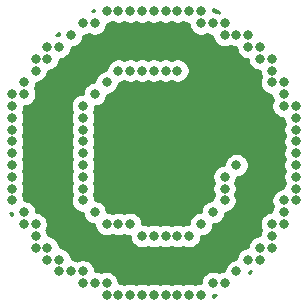
<source format=gbr>
%TF.GenerationSoftware,KiCad,Pcbnew,(5.1.6-0-10_14)*%
%TF.CreationDate,2021-01-01T02:06:57+01:00*%
%TF.ProjectId,lamp10,6c616d70-3130-42e6-9b69-6361645f7063,rev?*%
%TF.SameCoordinates,Original*%
%TF.FileFunction,Copper,L2,Bot*%
%TF.FilePolarity,Positive*%
%FSLAX46Y46*%
G04 Gerber Fmt 4.6, Leading zero omitted, Abs format (unit mm)*
G04 Created by KiCad (PCBNEW (5.1.6-0-10_14)) date 2021-01-01 02:06:57*
%MOMM*%
%LPD*%
G01*
G04 APERTURE LIST*
%TA.AperFunction,ViaPad*%
%ADD10C,0.800000*%
%TD*%
%TA.AperFunction,NonConductor*%
%ADD11C,0.254000*%
%TD*%
G04 APERTURE END LIST*
D10*
%TO.N,*%
X32000000Y-21000000D03*
X33000000Y-20000000D03*
X34000000Y-19000000D03*
X35000000Y-19000000D03*
X36000000Y-18000000D03*
X37000000Y-18000000D03*
X38000000Y-18000000D03*
X39000000Y-18000000D03*
X40000000Y-18000000D03*
X41000000Y-18000000D03*
X42000000Y-18000000D03*
X43000000Y-18000000D03*
X44000000Y-18000000D03*
X45000000Y-19000000D03*
X46000000Y-19000000D03*
X47000000Y-20000000D03*
X48000000Y-20000000D03*
X48000000Y-21000000D03*
X49000000Y-21000000D03*
X46000000Y-20000000D03*
X44000000Y-19000000D03*
X49000000Y-22000000D03*
X50000000Y-22000000D03*
X50000000Y-23000000D03*
X50000000Y-24000000D03*
X51000000Y-24000000D03*
X51000000Y-25000000D03*
X51000000Y-26000000D03*
X52000000Y-26000000D03*
X52000000Y-27000000D03*
X52000000Y-28000000D03*
X52000000Y-29000000D03*
X52000000Y-30000000D03*
X52000000Y-31000000D03*
X52000000Y-32000000D03*
X52000000Y-33000000D03*
X52000000Y-34000000D03*
X51000000Y-34000000D03*
X51000000Y-35000000D03*
X51000000Y-36000000D03*
X50000000Y-36000000D03*
X50000000Y-37000000D03*
X50000000Y-38000000D03*
X49000000Y-38000000D03*
X49000000Y-39000000D03*
X48000000Y-39000000D03*
X47000000Y-40000000D03*
X46000000Y-41000000D03*
X45000000Y-41000000D03*
X44000000Y-42000000D03*
X43000000Y-42000000D03*
X42000000Y-42000000D03*
X41000000Y-42000000D03*
X40000000Y-42000000D03*
X39000000Y-42000000D03*
X38000000Y-42000000D03*
X37000000Y-42000000D03*
X36000000Y-42000000D03*
X36000000Y-41000000D03*
X35000000Y-41000000D03*
X34000000Y-41000000D03*
X34000000Y-40000000D03*
X33000000Y-40000000D03*
X32000000Y-40000000D03*
X32000000Y-39000000D03*
X31000000Y-39000000D03*
X31000000Y-38000000D03*
X30000000Y-38000000D03*
X30000000Y-37000000D03*
X30000000Y-36000000D03*
X29000000Y-36000000D03*
X29000000Y-35000000D03*
X28000000Y-34000000D03*
X28000000Y-33000000D03*
X28000000Y-33000000D03*
X28000000Y-32000000D03*
X28000000Y-31000000D03*
X28000000Y-30000000D03*
X28000000Y-29000000D03*
X28000000Y-28000000D03*
X28000000Y-28000000D03*
X28000000Y-27000000D03*
X28000000Y-26000000D03*
X28000000Y-25000000D03*
X29000000Y-25000000D03*
X29000000Y-24000000D03*
X30000000Y-23000000D03*
X30000000Y-22000000D03*
X31000000Y-22000000D03*
X31000000Y-21000000D03*
X34000000Y-30000000D03*
X34000000Y-29000000D03*
X34000000Y-28000000D03*
X34000000Y-27000000D03*
X34000000Y-26000000D03*
X35000000Y-25000000D03*
X36000000Y-24000000D03*
X37000000Y-23000000D03*
X38000000Y-23000000D03*
X39000000Y-23000000D03*
X41000000Y-23000000D03*
X40000000Y-23000000D03*
X42000000Y-23000000D03*
X34000000Y-31000000D03*
X34000000Y-32000000D03*
X34000000Y-33000000D03*
X34000000Y-34000000D03*
X35000000Y-35000000D03*
X36000000Y-36000000D03*
X37000000Y-36000000D03*
X38000000Y-36000000D03*
X39000000Y-37000000D03*
X40000000Y-37000000D03*
X41000000Y-37000000D03*
X42000000Y-37000000D03*
X43000000Y-37000000D03*
X44000000Y-36000000D03*
X45000000Y-35000000D03*
X46000000Y-34000000D03*
X46000000Y-33000000D03*
X46000000Y-32000000D03*
X47000000Y-31000000D03*
%TD*%
D11*
G36*
X45022290Y-42165839D02*
G01*
X45035000Y-42101939D01*
X45035000Y-42035000D01*
X45101939Y-42035000D01*
X45268135Y-42001942D01*
X45022290Y-42165839D01*
G37*
X45022290Y-42165839D02*
X45035000Y-42101939D01*
X45035000Y-42035000D01*
X45101939Y-42035000D01*
X45268135Y-42001942D01*
X45022290Y-42165839D01*
G36*
X42509744Y-18917205D02*
G01*
X42698102Y-18995226D01*
X42898061Y-19035000D01*
X42965000Y-19035000D01*
X42965000Y-19101939D01*
X43004774Y-19301898D01*
X43082795Y-19490256D01*
X43196063Y-19659774D01*
X43340226Y-19803937D01*
X43509744Y-19917205D01*
X43698102Y-19995226D01*
X43898061Y-20035000D01*
X44101939Y-20035000D01*
X44301898Y-19995226D01*
X44490256Y-19917205D01*
X44500000Y-19910694D01*
X44509744Y-19917205D01*
X44698102Y-19995226D01*
X44898061Y-20035000D01*
X44965000Y-20035000D01*
X44965000Y-20101939D01*
X45004774Y-20301898D01*
X45082795Y-20490256D01*
X45196063Y-20659774D01*
X45340226Y-20803937D01*
X45509744Y-20917205D01*
X45698102Y-20995226D01*
X45898061Y-21035000D01*
X46101939Y-21035000D01*
X46301898Y-20995226D01*
X46490256Y-20917205D01*
X46500000Y-20910694D01*
X46509744Y-20917205D01*
X46698102Y-20995226D01*
X46898061Y-21035000D01*
X46965000Y-21035000D01*
X46965000Y-21101939D01*
X47004774Y-21301898D01*
X47082795Y-21490256D01*
X47196063Y-21659774D01*
X47340226Y-21803937D01*
X47509744Y-21917205D01*
X47698102Y-21995226D01*
X47898061Y-22035000D01*
X47965000Y-22035000D01*
X47965000Y-22101939D01*
X48004774Y-22301898D01*
X48082795Y-22490256D01*
X48196063Y-22659774D01*
X48340226Y-22803937D01*
X48509744Y-22917205D01*
X48698102Y-22995226D01*
X48898061Y-23035000D01*
X48965000Y-23035000D01*
X48965000Y-23101939D01*
X49004774Y-23301898D01*
X49082795Y-23490256D01*
X49089306Y-23500000D01*
X49082795Y-23509744D01*
X49004774Y-23698102D01*
X48965000Y-23898061D01*
X48965000Y-24101939D01*
X49004774Y-24301898D01*
X49082795Y-24490256D01*
X49196063Y-24659774D01*
X49340226Y-24803937D01*
X49509744Y-24917205D01*
X49698102Y-24995226D01*
X49898061Y-25035000D01*
X49965000Y-25035000D01*
X49965000Y-25101939D01*
X50004774Y-25301898D01*
X50082795Y-25490256D01*
X50089306Y-25500000D01*
X50082795Y-25509744D01*
X50004774Y-25698102D01*
X49965000Y-25898061D01*
X49965000Y-26101939D01*
X50004774Y-26301898D01*
X50082795Y-26490256D01*
X50196063Y-26659774D01*
X50340226Y-26803937D01*
X50509744Y-26917205D01*
X50698102Y-26995226D01*
X50898061Y-27035000D01*
X50965000Y-27035000D01*
X50965000Y-27101939D01*
X51004774Y-27301898D01*
X51082795Y-27490256D01*
X51089306Y-27500000D01*
X51082795Y-27509744D01*
X51004774Y-27698102D01*
X50965000Y-27898061D01*
X50965000Y-28101939D01*
X51004774Y-28301898D01*
X51082795Y-28490256D01*
X51089306Y-28500000D01*
X51082795Y-28509744D01*
X51004774Y-28698102D01*
X50965000Y-28898061D01*
X50965000Y-29101939D01*
X51004774Y-29301898D01*
X51082795Y-29490256D01*
X51089306Y-29500000D01*
X51082795Y-29509744D01*
X51004774Y-29698102D01*
X50965000Y-29898061D01*
X50965000Y-30101939D01*
X51004774Y-30301898D01*
X51082795Y-30490256D01*
X51089306Y-30500000D01*
X51082795Y-30509744D01*
X51004774Y-30698102D01*
X50965000Y-30898061D01*
X50965000Y-31101939D01*
X51004774Y-31301898D01*
X51082795Y-31490256D01*
X51089306Y-31500000D01*
X51082795Y-31509744D01*
X51004774Y-31698102D01*
X50965000Y-31898061D01*
X50965000Y-32101939D01*
X51004774Y-32301898D01*
X51082795Y-32490256D01*
X51089306Y-32500000D01*
X51082795Y-32509744D01*
X51004774Y-32698102D01*
X50965000Y-32898061D01*
X50965000Y-32965000D01*
X50898061Y-32965000D01*
X50698102Y-33004774D01*
X50509744Y-33082795D01*
X50340226Y-33196063D01*
X50196063Y-33340226D01*
X50082795Y-33509744D01*
X50004774Y-33698102D01*
X49965000Y-33898061D01*
X49965000Y-34101939D01*
X50004774Y-34301898D01*
X50082795Y-34490256D01*
X50089306Y-34500000D01*
X50082795Y-34509744D01*
X50004774Y-34698102D01*
X49965000Y-34898061D01*
X49965000Y-34965000D01*
X49898061Y-34965000D01*
X49698102Y-35004774D01*
X49509744Y-35082795D01*
X49340226Y-35196063D01*
X49196063Y-35340226D01*
X49082795Y-35509744D01*
X49004774Y-35698102D01*
X48965000Y-35898061D01*
X48965000Y-36101939D01*
X49004774Y-36301898D01*
X49082795Y-36490256D01*
X49089306Y-36500000D01*
X49082795Y-36509744D01*
X49004774Y-36698102D01*
X48965000Y-36898061D01*
X48965000Y-36965000D01*
X48898061Y-36965000D01*
X48698102Y-37004774D01*
X48509744Y-37082795D01*
X48340226Y-37196063D01*
X48196063Y-37340226D01*
X48082795Y-37509744D01*
X48004774Y-37698102D01*
X47965000Y-37898061D01*
X47965000Y-37965000D01*
X47898061Y-37965000D01*
X47698102Y-38004774D01*
X47509744Y-38082795D01*
X47340226Y-38196063D01*
X47196063Y-38340226D01*
X47082795Y-38509744D01*
X47004774Y-38698102D01*
X46965000Y-38898061D01*
X46965000Y-38965000D01*
X46898061Y-38965000D01*
X46698102Y-39004774D01*
X46509744Y-39082795D01*
X46340226Y-39196063D01*
X46196063Y-39340226D01*
X46082795Y-39509744D01*
X46004774Y-39698102D01*
X45965000Y-39898061D01*
X45965000Y-39965000D01*
X45898061Y-39965000D01*
X45698102Y-40004774D01*
X45509744Y-40082795D01*
X45500000Y-40089306D01*
X45490256Y-40082795D01*
X45301898Y-40004774D01*
X45101939Y-39965000D01*
X44898061Y-39965000D01*
X44698102Y-40004774D01*
X44509744Y-40082795D01*
X44340226Y-40196063D01*
X44196063Y-40340226D01*
X44082795Y-40509744D01*
X44004774Y-40698102D01*
X43965000Y-40898061D01*
X43965000Y-40965000D01*
X43898061Y-40965000D01*
X43698102Y-41004774D01*
X43509744Y-41082795D01*
X43500000Y-41089306D01*
X43490256Y-41082795D01*
X43301898Y-41004774D01*
X43101939Y-40965000D01*
X42898061Y-40965000D01*
X42698102Y-41004774D01*
X42509744Y-41082795D01*
X42500000Y-41089306D01*
X42490256Y-41082795D01*
X42301898Y-41004774D01*
X42101939Y-40965000D01*
X41898061Y-40965000D01*
X41698102Y-41004774D01*
X41509744Y-41082795D01*
X41500000Y-41089306D01*
X41490256Y-41082795D01*
X41301898Y-41004774D01*
X41101939Y-40965000D01*
X40898061Y-40965000D01*
X40698102Y-41004774D01*
X40509744Y-41082795D01*
X40500000Y-41089306D01*
X40490256Y-41082795D01*
X40301898Y-41004774D01*
X40101939Y-40965000D01*
X39898061Y-40965000D01*
X39698102Y-41004774D01*
X39509744Y-41082795D01*
X39500000Y-41089306D01*
X39490256Y-41082795D01*
X39301898Y-41004774D01*
X39101939Y-40965000D01*
X38898061Y-40965000D01*
X38698102Y-41004774D01*
X38509744Y-41082795D01*
X38500000Y-41089306D01*
X38490256Y-41082795D01*
X38301898Y-41004774D01*
X38101939Y-40965000D01*
X37898061Y-40965000D01*
X37698102Y-41004774D01*
X37509744Y-41082795D01*
X37500000Y-41089306D01*
X37490256Y-41082795D01*
X37301898Y-41004774D01*
X37101939Y-40965000D01*
X37035000Y-40965000D01*
X37035000Y-40898061D01*
X36995226Y-40698102D01*
X36917205Y-40509744D01*
X36803937Y-40340226D01*
X36659774Y-40196063D01*
X36490256Y-40082795D01*
X36301898Y-40004774D01*
X36101939Y-39965000D01*
X35898061Y-39965000D01*
X35698102Y-40004774D01*
X35509744Y-40082795D01*
X35500000Y-40089306D01*
X35490256Y-40082795D01*
X35301898Y-40004774D01*
X35101939Y-39965000D01*
X35035000Y-39965000D01*
X35035000Y-39898061D01*
X34995226Y-39698102D01*
X34917205Y-39509744D01*
X34803937Y-39340226D01*
X34659774Y-39196063D01*
X34490256Y-39082795D01*
X34301898Y-39004774D01*
X34101939Y-38965000D01*
X33898061Y-38965000D01*
X33698102Y-39004774D01*
X33509744Y-39082795D01*
X33500000Y-39089306D01*
X33490256Y-39082795D01*
X33301898Y-39004774D01*
X33101939Y-38965000D01*
X33035000Y-38965000D01*
X33035000Y-38898061D01*
X32995226Y-38698102D01*
X32917205Y-38509744D01*
X32803937Y-38340226D01*
X32659774Y-38196063D01*
X32490256Y-38082795D01*
X32301898Y-38004774D01*
X32101939Y-37965000D01*
X32035000Y-37965000D01*
X32035000Y-37898061D01*
X31995226Y-37698102D01*
X31917205Y-37509744D01*
X31803937Y-37340226D01*
X31659774Y-37196063D01*
X31490256Y-37082795D01*
X31301898Y-37004774D01*
X31101939Y-36965000D01*
X31035000Y-36965000D01*
X31035000Y-36898061D01*
X30995226Y-36698102D01*
X30917205Y-36509744D01*
X30910694Y-36500000D01*
X30917205Y-36490256D01*
X30995226Y-36301898D01*
X31035000Y-36101939D01*
X31035000Y-35898061D01*
X30995226Y-35698102D01*
X30917205Y-35509744D01*
X30803937Y-35340226D01*
X30659774Y-35196063D01*
X30490256Y-35082795D01*
X30301898Y-35004774D01*
X30101939Y-34965000D01*
X30035000Y-34965000D01*
X30035000Y-34898061D01*
X29995226Y-34698102D01*
X29917205Y-34509744D01*
X29803937Y-34340226D01*
X29659774Y-34196063D01*
X29490256Y-34082795D01*
X29301898Y-34004774D01*
X29101939Y-33965000D01*
X29035000Y-33965000D01*
X29035000Y-33898061D01*
X28995226Y-33698102D01*
X28917205Y-33509744D01*
X28910694Y-33500000D01*
X28917205Y-33490256D01*
X28995226Y-33301898D01*
X29035000Y-33101939D01*
X29035000Y-32898061D01*
X28995226Y-32698102D01*
X28917205Y-32509744D01*
X28910694Y-32500000D01*
X28917205Y-32490256D01*
X28995226Y-32301898D01*
X29035000Y-32101939D01*
X29035000Y-31898061D01*
X28995226Y-31698102D01*
X28917205Y-31509744D01*
X28910694Y-31500000D01*
X28917205Y-31490256D01*
X28995226Y-31301898D01*
X29035000Y-31101939D01*
X29035000Y-30898061D01*
X28995226Y-30698102D01*
X28917205Y-30509744D01*
X28910694Y-30500000D01*
X28917205Y-30490256D01*
X28995226Y-30301898D01*
X29035000Y-30101939D01*
X29035000Y-29898061D01*
X28995226Y-29698102D01*
X28917205Y-29509744D01*
X28910694Y-29500000D01*
X28917205Y-29490256D01*
X28995226Y-29301898D01*
X29035000Y-29101939D01*
X29035000Y-28898061D01*
X28995226Y-28698102D01*
X28917205Y-28509744D01*
X28910694Y-28500000D01*
X28917205Y-28490256D01*
X28995226Y-28301898D01*
X29035000Y-28101939D01*
X29035000Y-27898061D01*
X28995226Y-27698102D01*
X28917205Y-27509744D01*
X28910694Y-27500000D01*
X28917205Y-27490256D01*
X28995226Y-27301898D01*
X29035000Y-27101939D01*
X29035000Y-26898061D01*
X28995226Y-26698102D01*
X28917205Y-26509744D01*
X28910694Y-26500000D01*
X28917205Y-26490256D01*
X28995226Y-26301898D01*
X29035000Y-26101939D01*
X29035000Y-26035000D01*
X29101939Y-26035000D01*
X29301898Y-25995226D01*
X29490256Y-25917205D01*
X29518907Y-25898061D01*
X32965000Y-25898061D01*
X32965000Y-26101939D01*
X33004774Y-26301898D01*
X33082795Y-26490256D01*
X33089306Y-26500000D01*
X33082795Y-26509744D01*
X33004774Y-26698102D01*
X32965000Y-26898061D01*
X32965000Y-27101939D01*
X33004774Y-27301898D01*
X33082795Y-27490256D01*
X33089306Y-27500000D01*
X33082795Y-27509744D01*
X33004774Y-27698102D01*
X32965000Y-27898061D01*
X32965000Y-28101939D01*
X33004774Y-28301898D01*
X33082795Y-28490256D01*
X33089306Y-28500000D01*
X33082795Y-28509744D01*
X33004774Y-28698102D01*
X32965000Y-28898061D01*
X32965000Y-29101939D01*
X33004774Y-29301898D01*
X33082795Y-29490256D01*
X33089306Y-29500000D01*
X33082795Y-29509744D01*
X33004774Y-29698102D01*
X32965000Y-29898061D01*
X32965000Y-30101939D01*
X33004774Y-30301898D01*
X33082795Y-30490256D01*
X33089306Y-30500000D01*
X33082795Y-30509744D01*
X33004774Y-30698102D01*
X32965000Y-30898061D01*
X32965000Y-31101939D01*
X33004774Y-31301898D01*
X33082795Y-31490256D01*
X33089306Y-31500000D01*
X33082795Y-31509744D01*
X33004774Y-31698102D01*
X32965000Y-31898061D01*
X32965000Y-32101939D01*
X33004774Y-32301898D01*
X33082795Y-32490256D01*
X33089306Y-32500000D01*
X33082795Y-32509744D01*
X33004774Y-32698102D01*
X32965000Y-32898061D01*
X32965000Y-33101939D01*
X33004774Y-33301898D01*
X33082795Y-33490256D01*
X33089306Y-33500000D01*
X33082795Y-33509744D01*
X33004774Y-33698102D01*
X32965000Y-33898061D01*
X32965000Y-34101939D01*
X33004774Y-34301898D01*
X33082795Y-34490256D01*
X33196063Y-34659774D01*
X33340226Y-34803937D01*
X33509744Y-34917205D01*
X33698102Y-34995226D01*
X33898061Y-35035000D01*
X33965000Y-35035000D01*
X33965000Y-35101939D01*
X34004774Y-35301898D01*
X34082795Y-35490256D01*
X34196063Y-35659774D01*
X34340226Y-35803937D01*
X34509744Y-35917205D01*
X34698102Y-35995226D01*
X34898061Y-36035000D01*
X34965000Y-36035000D01*
X34965000Y-36101939D01*
X35004774Y-36301898D01*
X35082795Y-36490256D01*
X35196063Y-36659774D01*
X35340226Y-36803937D01*
X35509744Y-36917205D01*
X35698102Y-36995226D01*
X35898061Y-37035000D01*
X36101939Y-37035000D01*
X36301898Y-36995226D01*
X36490256Y-36917205D01*
X36500000Y-36910694D01*
X36509744Y-36917205D01*
X36698102Y-36995226D01*
X36898061Y-37035000D01*
X37101939Y-37035000D01*
X37301898Y-36995226D01*
X37490256Y-36917205D01*
X37500000Y-36910694D01*
X37509744Y-36917205D01*
X37698102Y-36995226D01*
X37898061Y-37035000D01*
X37965000Y-37035000D01*
X37965000Y-37101939D01*
X38004774Y-37301898D01*
X38082795Y-37490256D01*
X38196063Y-37659774D01*
X38340226Y-37803937D01*
X38509744Y-37917205D01*
X38698102Y-37995226D01*
X38898061Y-38035000D01*
X39101939Y-38035000D01*
X39301898Y-37995226D01*
X39490256Y-37917205D01*
X39500000Y-37910694D01*
X39509744Y-37917205D01*
X39698102Y-37995226D01*
X39898061Y-38035000D01*
X40101939Y-38035000D01*
X40301898Y-37995226D01*
X40490256Y-37917205D01*
X40500000Y-37910694D01*
X40509744Y-37917205D01*
X40698102Y-37995226D01*
X40898061Y-38035000D01*
X41101939Y-38035000D01*
X41301898Y-37995226D01*
X41490256Y-37917205D01*
X41500000Y-37910694D01*
X41509744Y-37917205D01*
X41698102Y-37995226D01*
X41898061Y-38035000D01*
X42101939Y-38035000D01*
X42301898Y-37995226D01*
X42490256Y-37917205D01*
X42500000Y-37910694D01*
X42509744Y-37917205D01*
X42698102Y-37995226D01*
X42898061Y-38035000D01*
X43101939Y-38035000D01*
X43301898Y-37995226D01*
X43490256Y-37917205D01*
X43659774Y-37803937D01*
X43803937Y-37659774D01*
X43917205Y-37490256D01*
X43995226Y-37301898D01*
X44035000Y-37101939D01*
X44035000Y-37035000D01*
X44101939Y-37035000D01*
X44301898Y-36995226D01*
X44490256Y-36917205D01*
X44659774Y-36803937D01*
X44803937Y-36659774D01*
X44917205Y-36490256D01*
X44995226Y-36301898D01*
X45035000Y-36101939D01*
X45035000Y-36035000D01*
X45101939Y-36035000D01*
X45301898Y-35995226D01*
X45490256Y-35917205D01*
X45659774Y-35803937D01*
X45803937Y-35659774D01*
X45917205Y-35490256D01*
X45995226Y-35301898D01*
X46035000Y-35101939D01*
X46035000Y-35035000D01*
X46101939Y-35035000D01*
X46301898Y-34995226D01*
X46490256Y-34917205D01*
X46659774Y-34803937D01*
X46803937Y-34659774D01*
X46917205Y-34490256D01*
X46995226Y-34301898D01*
X47035000Y-34101939D01*
X47035000Y-33898061D01*
X46995226Y-33698102D01*
X46917205Y-33509744D01*
X46910694Y-33500000D01*
X46917205Y-33490256D01*
X46995226Y-33301898D01*
X47035000Y-33101939D01*
X47035000Y-32898061D01*
X46995226Y-32698102D01*
X46917205Y-32509744D01*
X46910694Y-32500000D01*
X46917205Y-32490256D01*
X46995226Y-32301898D01*
X47035000Y-32101939D01*
X47035000Y-32035000D01*
X47101939Y-32035000D01*
X47301898Y-31995226D01*
X47490256Y-31917205D01*
X47659774Y-31803937D01*
X47803937Y-31659774D01*
X47917205Y-31490256D01*
X47995226Y-31301898D01*
X48035000Y-31101939D01*
X48035000Y-30898061D01*
X47995226Y-30698102D01*
X47917205Y-30509744D01*
X47803937Y-30340226D01*
X47659774Y-30196063D01*
X47490256Y-30082795D01*
X47301898Y-30004774D01*
X47101939Y-29965000D01*
X46898061Y-29965000D01*
X46698102Y-30004774D01*
X46509744Y-30082795D01*
X46340226Y-30196063D01*
X46196063Y-30340226D01*
X46082795Y-30509744D01*
X46004774Y-30698102D01*
X45965000Y-30898061D01*
X45965000Y-30965000D01*
X45898061Y-30965000D01*
X45698102Y-31004774D01*
X45509744Y-31082795D01*
X45340226Y-31196063D01*
X45196063Y-31340226D01*
X45082795Y-31509744D01*
X45004774Y-31698102D01*
X44965000Y-31898061D01*
X44965000Y-32101939D01*
X45004774Y-32301898D01*
X45082795Y-32490256D01*
X45089306Y-32500000D01*
X45082795Y-32509744D01*
X45004774Y-32698102D01*
X44965000Y-32898061D01*
X44965000Y-33101939D01*
X45004774Y-33301898D01*
X45082795Y-33490256D01*
X45089306Y-33500000D01*
X45082795Y-33509744D01*
X45004774Y-33698102D01*
X44965000Y-33898061D01*
X44965000Y-33965000D01*
X44898061Y-33965000D01*
X44698102Y-34004774D01*
X44509744Y-34082795D01*
X44340226Y-34196063D01*
X44196063Y-34340226D01*
X44082795Y-34509744D01*
X44004774Y-34698102D01*
X43965000Y-34898061D01*
X43965000Y-34965000D01*
X43898061Y-34965000D01*
X43698102Y-35004774D01*
X43509744Y-35082795D01*
X43340226Y-35196063D01*
X43196063Y-35340226D01*
X43082795Y-35509744D01*
X43004774Y-35698102D01*
X42965000Y-35898061D01*
X42965000Y-35965000D01*
X42898061Y-35965000D01*
X42698102Y-36004774D01*
X42509744Y-36082795D01*
X42500000Y-36089306D01*
X42490256Y-36082795D01*
X42301898Y-36004774D01*
X42101939Y-35965000D01*
X41898061Y-35965000D01*
X41698102Y-36004774D01*
X41509744Y-36082795D01*
X41500000Y-36089306D01*
X41490256Y-36082795D01*
X41301898Y-36004774D01*
X41101939Y-35965000D01*
X40898061Y-35965000D01*
X40698102Y-36004774D01*
X40509744Y-36082795D01*
X40500000Y-36089306D01*
X40490256Y-36082795D01*
X40301898Y-36004774D01*
X40101939Y-35965000D01*
X39898061Y-35965000D01*
X39698102Y-36004774D01*
X39509744Y-36082795D01*
X39500000Y-36089306D01*
X39490256Y-36082795D01*
X39301898Y-36004774D01*
X39101939Y-35965000D01*
X39035000Y-35965000D01*
X39035000Y-35898061D01*
X38995226Y-35698102D01*
X38917205Y-35509744D01*
X38803937Y-35340226D01*
X38659774Y-35196063D01*
X38490256Y-35082795D01*
X38301898Y-35004774D01*
X38101939Y-34965000D01*
X37898061Y-34965000D01*
X37698102Y-35004774D01*
X37509744Y-35082795D01*
X37500000Y-35089306D01*
X37490256Y-35082795D01*
X37301898Y-35004774D01*
X37101939Y-34965000D01*
X36898061Y-34965000D01*
X36698102Y-35004774D01*
X36509744Y-35082795D01*
X36500000Y-35089306D01*
X36490256Y-35082795D01*
X36301898Y-35004774D01*
X36101939Y-34965000D01*
X36035000Y-34965000D01*
X36035000Y-34898061D01*
X35995226Y-34698102D01*
X35917205Y-34509744D01*
X35803937Y-34340226D01*
X35659774Y-34196063D01*
X35490256Y-34082795D01*
X35301898Y-34004774D01*
X35101939Y-33965000D01*
X35035000Y-33965000D01*
X35035000Y-33898061D01*
X34995226Y-33698102D01*
X34917205Y-33509744D01*
X34910694Y-33500000D01*
X34917205Y-33490256D01*
X34995226Y-33301898D01*
X35035000Y-33101939D01*
X35035000Y-32898061D01*
X34995226Y-32698102D01*
X34917205Y-32509744D01*
X34910694Y-32500000D01*
X34917205Y-32490256D01*
X34995226Y-32301898D01*
X35035000Y-32101939D01*
X35035000Y-31898061D01*
X34995226Y-31698102D01*
X34917205Y-31509744D01*
X34910694Y-31500000D01*
X34917205Y-31490256D01*
X34995226Y-31301898D01*
X35035000Y-31101939D01*
X35035000Y-30898061D01*
X34995226Y-30698102D01*
X34917205Y-30509744D01*
X34910694Y-30500000D01*
X34917205Y-30490256D01*
X34995226Y-30301898D01*
X35035000Y-30101939D01*
X35035000Y-29898061D01*
X34995226Y-29698102D01*
X34917205Y-29509744D01*
X34910694Y-29500000D01*
X34917205Y-29490256D01*
X34995226Y-29301898D01*
X35035000Y-29101939D01*
X35035000Y-28898061D01*
X34995226Y-28698102D01*
X34917205Y-28509744D01*
X34910694Y-28500000D01*
X34917205Y-28490256D01*
X34995226Y-28301898D01*
X35035000Y-28101939D01*
X35035000Y-27898061D01*
X34995226Y-27698102D01*
X34917205Y-27509744D01*
X34910694Y-27500000D01*
X34917205Y-27490256D01*
X34995226Y-27301898D01*
X35035000Y-27101939D01*
X35035000Y-26898061D01*
X34995226Y-26698102D01*
X34917205Y-26509744D01*
X34910694Y-26500000D01*
X34917205Y-26490256D01*
X34995226Y-26301898D01*
X35035000Y-26101939D01*
X35035000Y-26035000D01*
X35101939Y-26035000D01*
X35301898Y-25995226D01*
X35490256Y-25917205D01*
X35659774Y-25803937D01*
X35803937Y-25659774D01*
X35917205Y-25490256D01*
X35995226Y-25301898D01*
X36035000Y-25101939D01*
X36035000Y-25035000D01*
X36101939Y-25035000D01*
X36301898Y-24995226D01*
X36490256Y-24917205D01*
X36659774Y-24803937D01*
X36803937Y-24659774D01*
X36917205Y-24490256D01*
X36995226Y-24301898D01*
X37035000Y-24101939D01*
X37035000Y-24035000D01*
X37101939Y-24035000D01*
X37301898Y-23995226D01*
X37490256Y-23917205D01*
X37500000Y-23910694D01*
X37509744Y-23917205D01*
X37698102Y-23995226D01*
X37898061Y-24035000D01*
X38101939Y-24035000D01*
X38301898Y-23995226D01*
X38490256Y-23917205D01*
X38500000Y-23910694D01*
X38509744Y-23917205D01*
X38698102Y-23995226D01*
X38898061Y-24035000D01*
X39101939Y-24035000D01*
X39301898Y-23995226D01*
X39490256Y-23917205D01*
X39500000Y-23910694D01*
X39509744Y-23917205D01*
X39698102Y-23995226D01*
X39898061Y-24035000D01*
X40101939Y-24035000D01*
X40301898Y-23995226D01*
X40490256Y-23917205D01*
X40500000Y-23910694D01*
X40509744Y-23917205D01*
X40698102Y-23995226D01*
X40898061Y-24035000D01*
X41101939Y-24035000D01*
X41301898Y-23995226D01*
X41490256Y-23917205D01*
X41500000Y-23910694D01*
X41509744Y-23917205D01*
X41698102Y-23995226D01*
X41898061Y-24035000D01*
X42101939Y-24035000D01*
X42301898Y-23995226D01*
X42490256Y-23917205D01*
X42659774Y-23803937D01*
X42803937Y-23659774D01*
X42917205Y-23490256D01*
X42995226Y-23301898D01*
X43035000Y-23101939D01*
X43035000Y-22898061D01*
X42995226Y-22698102D01*
X42917205Y-22509744D01*
X42803937Y-22340226D01*
X42659774Y-22196063D01*
X42490256Y-22082795D01*
X42301898Y-22004774D01*
X42101939Y-21965000D01*
X41898061Y-21965000D01*
X41698102Y-22004774D01*
X41509744Y-22082795D01*
X41500000Y-22089306D01*
X41490256Y-22082795D01*
X41301898Y-22004774D01*
X41101939Y-21965000D01*
X40898061Y-21965000D01*
X40698102Y-22004774D01*
X40509744Y-22082795D01*
X40500000Y-22089306D01*
X40490256Y-22082795D01*
X40301898Y-22004774D01*
X40101939Y-21965000D01*
X39898061Y-21965000D01*
X39698102Y-22004774D01*
X39509744Y-22082795D01*
X39500000Y-22089306D01*
X39490256Y-22082795D01*
X39301898Y-22004774D01*
X39101939Y-21965000D01*
X38898061Y-21965000D01*
X38698102Y-22004774D01*
X38509744Y-22082795D01*
X38500000Y-22089306D01*
X38490256Y-22082795D01*
X38301898Y-22004774D01*
X38101939Y-21965000D01*
X37898061Y-21965000D01*
X37698102Y-22004774D01*
X37509744Y-22082795D01*
X37500000Y-22089306D01*
X37490256Y-22082795D01*
X37301898Y-22004774D01*
X37101939Y-21965000D01*
X36898061Y-21965000D01*
X36698102Y-22004774D01*
X36509744Y-22082795D01*
X36340226Y-22196063D01*
X36196063Y-22340226D01*
X36082795Y-22509744D01*
X36004774Y-22698102D01*
X35965000Y-22898061D01*
X35965000Y-22965000D01*
X35898061Y-22965000D01*
X35698102Y-23004774D01*
X35509744Y-23082795D01*
X35340226Y-23196063D01*
X35196063Y-23340226D01*
X35082795Y-23509744D01*
X35004774Y-23698102D01*
X34965000Y-23898061D01*
X34965000Y-23965000D01*
X34898061Y-23965000D01*
X34698102Y-24004774D01*
X34509744Y-24082795D01*
X34340226Y-24196063D01*
X34196063Y-24340226D01*
X34082795Y-24509744D01*
X34004774Y-24698102D01*
X33965000Y-24898061D01*
X33965000Y-24965000D01*
X33898061Y-24965000D01*
X33698102Y-25004774D01*
X33509744Y-25082795D01*
X33340226Y-25196063D01*
X33196063Y-25340226D01*
X33082795Y-25509744D01*
X33004774Y-25698102D01*
X32965000Y-25898061D01*
X29518907Y-25898061D01*
X29659774Y-25803937D01*
X29803937Y-25659774D01*
X29917205Y-25490256D01*
X29995226Y-25301898D01*
X30035000Y-25101939D01*
X30035000Y-24898061D01*
X29995226Y-24698102D01*
X29917205Y-24509744D01*
X29910694Y-24500000D01*
X29917205Y-24490256D01*
X29995226Y-24301898D01*
X30035000Y-24101939D01*
X30035000Y-24035000D01*
X30101939Y-24035000D01*
X30301898Y-23995226D01*
X30490256Y-23917205D01*
X30659774Y-23803937D01*
X30803937Y-23659774D01*
X30917205Y-23490256D01*
X30995226Y-23301898D01*
X31035000Y-23101939D01*
X31035000Y-23035000D01*
X31101939Y-23035000D01*
X31301898Y-22995226D01*
X31490256Y-22917205D01*
X31659774Y-22803937D01*
X31803937Y-22659774D01*
X31917205Y-22490256D01*
X31995226Y-22301898D01*
X32035000Y-22101939D01*
X32035000Y-22035000D01*
X32101939Y-22035000D01*
X32301898Y-21995226D01*
X32490256Y-21917205D01*
X32659774Y-21803937D01*
X32803937Y-21659774D01*
X32917205Y-21490256D01*
X32995226Y-21301898D01*
X33035000Y-21101939D01*
X33035000Y-21035000D01*
X33101939Y-21035000D01*
X33301898Y-20995226D01*
X33490256Y-20917205D01*
X33659774Y-20803937D01*
X33803937Y-20659774D01*
X33917205Y-20490256D01*
X33995226Y-20301898D01*
X34035000Y-20101939D01*
X34035000Y-20035000D01*
X34101939Y-20035000D01*
X34301898Y-19995226D01*
X34490256Y-19917205D01*
X34500000Y-19910694D01*
X34509744Y-19917205D01*
X34698102Y-19995226D01*
X34898061Y-20035000D01*
X35101939Y-20035000D01*
X35301898Y-19995226D01*
X35490256Y-19917205D01*
X35659774Y-19803937D01*
X35803937Y-19659774D01*
X35917205Y-19490256D01*
X35995226Y-19301898D01*
X36035000Y-19101939D01*
X36035000Y-19035000D01*
X36101939Y-19035000D01*
X36301898Y-18995226D01*
X36490256Y-18917205D01*
X36500000Y-18910694D01*
X36509744Y-18917205D01*
X36698102Y-18995226D01*
X36898061Y-19035000D01*
X37101939Y-19035000D01*
X37301898Y-18995226D01*
X37490256Y-18917205D01*
X37500000Y-18910694D01*
X37509744Y-18917205D01*
X37698102Y-18995226D01*
X37898061Y-19035000D01*
X38101939Y-19035000D01*
X38301898Y-18995226D01*
X38490256Y-18917205D01*
X38500000Y-18910694D01*
X38509744Y-18917205D01*
X38698102Y-18995226D01*
X38898061Y-19035000D01*
X39101939Y-19035000D01*
X39301898Y-18995226D01*
X39490256Y-18917205D01*
X39500000Y-18910694D01*
X39509744Y-18917205D01*
X39698102Y-18995226D01*
X39898061Y-19035000D01*
X40101939Y-19035000D01*
X40301898Y-18995226D01*
X40490256Y-18917205D01*
X40500000Y-18910694D01*
X40509744Y-18917205D01*
X40698102Y-18995226D01*
X40898061Y-19035000D01*
X41101939Y-19035000D01*
X41301898Y-18995226D01*
X41490256Y-18917205D01*
X41500000Y-18910694D01*
X41509744Y-18917205D01*
X41698102Y-18995226D01*
X41898061Y-19035000D01*
X42101939Y-19035000D01*
X42301898Y-18995226D01*
X42490256Y-18917205D01*
X42500000Y-18910694D01*
X42509744Y-18917205D01*
G37*
X42509744Y-18917205D02*
X42698102Y-18995226D01*
X42898061Y-19035000D01*
X42965000Y-19035000D01*
X42965000Y-19101939D01*
X43004774Y-19301898D01*
X43082795Y-19490256D01*
X43196063Y-19659774D01*
X43340226Y-19803937D01*
X43509744Y-19917205D01*
X43698102Y-19995226D01*
X43898061Y-20035000D01*
X44101939Y-20035000D01*
X44301898Y-19995226D01*
X44490256Y-19917205D01*
X44500000Y-19910694D01*
X44509744Y-19917205D01*
X44698102Y-19995226D01*
X44898061Y-20035000D01*
X44965000Y-20035000D01*
X44965000Y-20101939D01*
X45004774Y-20301898D01*
X45082795Y-20490256D01*
X45196063Y-20659774D01*
X45340226Y-20803937D01*
X45509744Y-20917205D01*
X45698102Y-20995226D01*
X45898061Y-21035000D01*
X46101939Y-21035000D01*
X46301898Y-20995226D01*
X46490256Y-20917205D01*
X46500000Y-20910694D01*
X46509744Y-20917205D01*
X46698102Y-20995226D01*
X46898061Y-21035000D01*
X46965000Y-21035000D01*
X46965000Y-21101939D01*
X47004774Y-21301898D01*
X47082795Y-21490256D01*
X47196063Y-21659774D01*
X47340226Y-21803937D01*
X47509744Y-21917205D01*
X47698102Y-21995226D01*
X47898061Y-22035000D01*
X47965000Y-22035000D01*
X47965000Y-22101939D01*
X48004774Y-22301898D01*
X48082795Y-22490256D01*
X48196063Y-22659774D01*
X48340226Y-22803937D01*
X48509744Y-22917205D01*
X48698102Y-22995226D01*
X48898061Y-23035000D01*
X48965000Y-23035000D01*
X48965000Y-23101939D01*
X49004774Y-23301898D01*
X49082795Y-23490256D01*
X49089306Y-23500000D01*
X49082795Y-23509744D01*
X49004774Y-23698102D01*
X48965000Y-23898061D01*
X48965000Y-24101939D01*
X49004774Y-24301898D01*
X49082795Y-24490256D01*
X49196063Y-24659774D01*
X49340226Y-24803937D01*
X49509744Y-24917205D01*
X49698102Y-24995226D01*
X49898061Y-25035000D01*
X49965000Y-25035000D01*
X49965000Y-25101939D01*
X50004774Y-25301898D01*
X50082795Y-25490256D01*
X50089306Y-25500000D01*
X50082795Y-25509744D01*
X50004774Y-25698102D01*
X49965000Y-25898061D01*
X49965000Y-26101939D01*
X50004774Y-26301898D01*
X50082795Y-26490256D01*
X50196063Y-26659774D01*
X50340226Y-26803937D01*
X50509744Y-26917205D01*
X50698102Y-26995226D01*
X50898061Y-27035000D01*
X50965000Y-27035000D01*
X50965000Y-27101939D01*
X51004774Y-27301898D01*
X51082795Y-27490256D01*
X51089306Y-27500000D01*
X51082795Y-27509744D01*
X51004774Y-27698102D01*
X50965000Y-27898061D01*
X50965000Y-28101939D01*
X51004774Y-28301898D01*
X51082795Y-28490256D01*
X51089306Y-28500000D01*
X51082795Y-28509744D01*
X51004774Y-28698102D01*
X50965000Y-28898061D01*
X50965000Y-29101939D01*
X51004774Y-29301898D01*
X51082795Y-29490256D01*
X51089306Y-29500000D01*
X51082795Y-29509744D01*
X51004774Y-29698102D01*
X50965000Y-29898061D01*
X50965000Y-30101939D01*
X51004774Y-30301898D01*
X51082795Y-30490256D01*
X51089306Y-30500000D01*
X51082795Y-30509744D01*
X51004774Y-30698102D01*
X50965000Y-30898061D01*
X50965000Y-31101939D01*
X51004774Y-31301898D01*
X51082795Y-31490256D01*
X51089306Y-31500000D01*
X51082795Y-31509744D01*
X51004774Y-31698102D01*
X50965000Y-31898061D01*
X50965000Y-32101939D01*
X51004774Y-32301898D01*
X51082795Y-32490256D01*
X51089306Y-32500000D01*
X51082795Y-32509744D01*
X51004774Y-32698102D01*
X50965000Y-32898061D01*
X50965000Y-32965000D01*
X50898061Y-32965000D01*
X50698102Y-33004774D01*
X50509744Y-33082795D01*
X50340226Y-33196063D01*
X50196063Y-33340226D01*
X50082795Y-33509744D01*
X50004774Y-33698102D01*
X49965000Y-33898061D01*
X49965000Y-34101939D01*
X50004774Y-34301898D01*
X50082795Y-34490256D01*
X50089306Y-34500000D01*
X50082795Y-34509744D01*
X50004774Y-34698102D01*
X49965000Y-34898061D01*
X49965000Y-34965000D01*
X49898061Y-34965000D01*
X49698102Y-35004774D01*
X49509744Y-35082795D01*
X49340226Y-35196063D01*
X49196063Y-35340226D01*
X49082795Y-35509744D01*
X49004774Y-35698102D01*
X48965000Y-35898061D01*
X48965000Y-36101939D01*
X49004774Y-36301898D01*
X49082795Y-36490256D01*
X49089306Y-36500000D01*
X49082795Y-36509744D01*
X49004774Y-36698102D01*
X48965000Y-36898061D01*
X48965000Y-36965000D01*
X48898061Y-36965000D01*
X48698102Y-37004774D01*
X48509744Y-37082795D01*
X48340226Y-37196063D01*
X48196063Y-37340226D01*
X48082795Y-37509744D01*
X48004774Y-37698102D01*
X47965000Y-37898061D01*
X47965000Y-37965000D01*
X47898061Y-37965000D01*
X47698102Y-38004774D01*
X47509744Y-38082795D01*
X47340226Y-38196063D01*
X47196063Y-38340226D01*
X47082795Y-38509744D01*
X47004774Y-38698102D01*
X46965000Y-38898061D01*
X46965000Y-38965000D01*
X46898061Y-38965000D01*
X46698102Y-39004774D01*
X46509744Y-39082795D01*
X46340226Y-39196063D01*
X46196063Y-39340226D01*
X46082795Y-39509744D01*
X46004774Y-39698102D01*
X45965000Y-39898061D01*
X45965000Y-39965000D01*
X45898061Y-39965000D01*
X45698102Y-40004774D01*
X45509744Y-40082795D01*
X45500000Y-40089306D01*
X45490256Y-40082795D01*
X45301898Y-40004774D01*
X45101939Y-39965000D01*
X44898061Y-39965000D01*
X44698102Y-40004774D01*
X44509744Y-40082795D01*
X44340226Y-40196063D01*
X44196063Y-40340226D01*
X44082795Y-40509744D01*
X44004774Y-40698102D01*
X43965000Y-40898061D01*
X43965000Y-40965000D01*
X43898061Y-40965000D01*
X43698102Y-41004774D01*
X43509744Y-41082795D01*
X43500000Y-41089306D01*
X43490256Y-41082795D01*
X43301898Y-41004774D01*
X43101939Y-40965000D01*
X42898061Y-40965000D01*
X42698102Y-41004774D01*
X42509744Y-41082795D01*
X42500000Y-41089306D01*
X42490256Y-41082795D01*
X42301898Y-41004774D01*
X42101939Y-40965000D01*
X41898061Y-40965000D01*
X41698102Y-41004774D01*
X41509744Y-41082795D01*
X41500000Y-41089306D01*
X41490256Y-41082795D01*
X41301898Y-41004774D01*
X41101939Y-40965000D01*
X40898061Y-40965000D01*
X40698102Y-41004774D01*
X40509744Y-41082795D01*
X40500000Y-41089306D01*
X40490256Y-41082795D01*
X40301898Y-41004774D01*
X40101939Y-40965000D01*
X39898061Y-40965000D01*
X39698102Y-41004774D01*
X39509744Y-41082795D01*
X39500000Y-41089306D01*
X39490256Y-41082795D01*
X39301898Y-41004774D01*
X39101939Y-40965000D01*
X38898061Y-40965000D01*
X38698102Y-41004774D01*
X38509744Y-41082795D01*
X38500000Y-41089306D01*
X38490256Y-41082795D01*
X38301898Y-41004774D01*
X38101939Y-40965000D01*
X37898061Y-40965000D01*
X37698102Y-41004774D01*
X37509744Y-41082795D01*
X37500000Y-41089306D01*
X37490256Y-41082795D01*
X37301898Y-41004774D01*
X37101939Y-40965000D01*
X37035000Y-40965000D01*
X37035000Y-40898061D01*
X36995226Y-40698102D01*
X36917205Y-40509744D01*
X36803937Y-40340226D01*
X36659774Y-40196063D01*
X36490256Y-40082795D01*
X36301898Y-40004774D01*
X36101939Y-39965000D01*
X35898061Y-39965000D01*
X35698102Y-40004774D01*
X35509744Y-40082795D01*
X35500000Y-40089306D01*
X35490256Y-40082795D01*
X35301898Y-40004774D01*
X35101939Y-39965000D01*
X35035000Y-39965000D01*
X35035000Y-39898061D01*
X34995226Y-39698102D01*
X34917205Y-39509744D01*
X34803937Y-39340226D01*
X34659774Y-39196063D01*
X34490256Y-39082795D01*
X34301898Y-39004774D01*
X34101939Y-38965000D01*
X33898061Y-38965000D01*
X33698102Y-39004774D01*
X33509744Y-39082795D01*
X33500000Y-39089306D01*
X33490256Y-39082795D01*
X33301898Y-39004774D01*
X33101939Y-38965000D01*
X33035000Y-38965000D01*
X33035000Y-38898061D01*
X32995226Y-38698102D01*
X32917205Y-38509744D01*
X32803937Y-38340226D01*
X32659774Y-38196063D01*
X32490256Y-38082795D01*
X32301898Y-38004774D01*
X32101939Y-37965000D01*
X32035000Y-37965000D01*
X32035000Y-37898061D01*
X31995226Y-37698102D01*
X31917205Y-37509744D01*
X31803937Y-37340226D01*
X31659774Y-37196063D01*
X31490256Y-37082795D01*
X31301898Y-37004774D01*
X31101939Y-36965000D01*
X31035000Y-36965000D01*
X31035000Y-36898061D01*
X30995226Y-36698102D01*
X30917205Y-36509744D01*
X30910694Y-36500000D01*
X30917205Y-36490256D01*
X30995226Y-36301898D01*
X31035000Y-36101939D01*
X31035000Y-35898061D01*
X30995226Y-35698102D01*
X30917205Y-35509744D01*
X30803937Y-35340226D01*
X30659774Y-35196063D01*
X30490256Y-35082795D01*
X30301898Y-35004774D01*
X30101939Y-34965000D01*
X30035000Y-34965000D01*
X30035000Y-34898061D01*
X29995226Y-34698102D01*
X29917205Y-34509744D01*
X29803937Y-34340226D01*
X29659774Y-34196063D01*
X29490256Y-34082795D01*
X29301898Y-34004774D01*
X29101939Y-33965000D01*
X29035000Y-33965000D01*
X29035000Y-33898061D01*
X28995226Y-33698102D01*
X28917205Y-33509744D01*
X28910694Y-33500000D01*
X28917205Y-33490256D01*
X28995226Y-33301898D01*
X29035000Y-33101939D01*
X29035000Y-32898061D01*
X28995226Y-32698102D01*
X28917205Y-32509744D01*
X28910694Y-32500000D01*
X28917205Y-32490256D01*
X28995226Y-32301898D01*
X29035000Y-32101939D01*
X29035000Y-31898061D01*
X28995226Y-31698102D01*
X28917205Y-31509744D01*
X28910694Y-31500000D01*
X28917205Y-31490256D01*
X28995226Y-31301898D01*
X29035000Y-31101939D01*
X29035000Y-30898061D01*
X28995226Y-30698102D01*
X28917205Y-30509744D01*
X28910694Y-30500000D01*
X28917205Y-30490256D01*
X28995226Y-30301898D01*
X29035000Y-30101939D01*
X29035000Y-29898061D01*
X28995226Y-29698102D01*
X28917205Y-29509744D01*
X28910694Y-29500000D01*
X28917205Y-29490256D01*
X28995226Y-29301898D01*
X29035000Y-29101939D01*
X29035000Y-28898061D01*
X28995226Y-28698102D01*
X28917205Y-28509744D01*
X28910694Y-28500000D01*
X28917205Y-28490256D01*
X28995226Y-28301898D01*
X29035000Y-28101939D01*
X29035000Y-27898061D01*
X28995226Y-27698102D01*
X28917205Y-27509744D01*
X28910694Y-27500000D01*
X28917205Y-27490256D01*
X28995226Y-27301898D01*
X29035000Y-27101939D01*
X29035000Y-26898061D01*
X28995226Y-26698102D01*
X28917205Y-26509744D01*
X28910694Y-26500000D01*
X28917205Y-26490256D01*
X28995226Y-26301898D01*
X29035000Y-26101939D01*
X29035000Y-26035000D01*
X29101939Y-26035000D01*
X29301898Y-25995226D01*
X29490256Y-25917205D01*
X29518907Y-25898061D01*
X32965000Y-25898061D01*
X32965000Y-26101939D01*
X33004774Y-26301898D01*
X33082795Y-26490256D01*
X33089306Y-26500000D01*
X33082795Y-26509744D01*
X33004774Y-26698102D01*
X32965000Y-26898061D01*
X32965000Y-27101939D01*
X33004774Y-27301898D01*
X33082795Y-27490256D01*
X33089306Y-27500000D01*
X33082795Y-27509744D01*
X33004774Y-27698102D01*
X32965000Y-27898061D01*
X32965000Y-28101939D01*
X33004774Y-28301898D01*
X33082795Y-28490256D01*
X33089306Y-28500000D01*
X33082795Y-28509744D01*
X33004774Y-28698102D01*
X32965000Y-28898061D01*
X32965000Y-29101939D01*
X33004774Y-29301898D01*
X33082795Y-29490256D01*
X33089306Y-29500000D01*
X33082795Y-29509744D01*
X33004774Y-29698102D01*
X32965000Y-29898061D01*
X32965000Y-30101939D01*
X33004774Y-30301898D01*
X33082795Y-30490256D01*
X33089306Y-30500000D01*
X33082795Y-30509744D01*
X33004774Y-30698102D01*
X32965000Y-30898061D01*
X32965000Y-31101939D01*
X33004774Y-31301898D01*
X33082795Y-31490256D01*
X33089306Y-31500000D01*
X33082795Y-31509744D01*
X33004774Y-31698102D01*
X32965000Y-31898061D01*
X32965000Y-32101939D01*
X33004774Y-32301898D01*
X33082795Y-32490256D01*
X33089306Y-32500000D01*
X33082795Y-32509744D01*
X33004774Y-32698102D01*
X32965000Y-32898061D01*
X32965000Y-33101939D01*
X33004774Y-33301898D01*
X33082795Y-33490256D01*
X33089306Y-33500000D01*
X33082795Y-33509744D01*
X33004774Y-33698102D01*
X32965000Y-33898061D01*
X32965000Y-34101939D01*
X33004774Y-34301898D01*
X33082795Y-34490256D01*
X33196063Y-34659774D01*
X33340226Y-34803937D01*
X33509744Y-34917205D01*
X33698102Y-34995226D01*
X33898061Y-35035000D01*
X33965000Y-35035000D01*
X33965000Y-35101939D01*
X34004774Y-35301898D01*
X34082795Y-35490256D01*
X34196063Y-35659774D01*
X34340226Y-35803937D01*
X34509744Y-35917205D01*
X34698102Y-35995226D01*
X34898061Y-36035000D01*
X34965000Y-36035000D01*
X34965000Y-36101939D01*
X35004774Y-36301898D01*
X35082795Y-36490256D01*
X35196063Y-36659774D01*
X35340226Y-36803937D01*
X35509744Y-36917205D01*
X35698102Y-36995226D01*
X35898061Y-37035000D01*
X36101939Y-37035000D01*
X36301898Y-36995226D01*
X36490256Y-36917205D01*
X36500000Y-36910694D01*
X36509744Y-36917205D01*
X36698102Y-36995226D01*
X36898061Y-37035000D01*
X37101939Y-37035000D01*
X37301898Y-36995226D01*
X37490256Y-36917205D01*
X37500000Y-36910694D01*
X37509744Y-36917205D01*
X37698102Y-36995226D01*
X37898061Y-37035000D01*
X37965000Y-37035000D01*
X37965000Y-37101939D01*
X38004774Y-37301898D01*
X38082795Y-37490256D01*
X38196063Y-37659774D01*
X38340226Y-37803937D01*
X38509744Y-37917205D01*
X38698102Y-37995226D01*
X38898061Y-38035000D01*
X39101939Y-38035000D01*
X39301898Y-37995226D01*
X39490256Y-37917205D01*
X39500000Y-37910694D01*
X39509744Y-37917205D01*
X39698102Y-37995226D01*
X39898061Y-38035000D01*
X40101939Y-38035000D01*
X40301898Y-37995226D01*
X40490256Y-37917205D01*
X40500000Y-37910694D01*
X40509744Y-37917205D01*
X40698102Y-37995226D01*
X40898061Y-38035000D01*
X41101939Y-38035000D01*
X41301898Y-37995226D01*
X41490256Y-37917205D01*
X41500000Y-37910694D01*
X41509744Y-37917205D01*
X41698102Y-37995226D01*
X41898061Y-38035000D01*
X42101939Y-38035000D01*
X42301898Y-37995226D01*
X42490256Y-37917205D01*
X42500000Y-37910694D01*
X42509744Y-37917205D01*
X42698102Y-37995226D01*
X42898061Y-38035000D01*
X43101939Y-38035000D01*
X43301898Y-37995226D01*
X43490256Y-37917205D01*
X43659774Y-37803937D01*
X43803937Y-37659774D01*
X43917205Y-37490256D01*
X43995226Y-37301898D01*
X44035000Y-37101939D01*
X44035000Y-37035000D01*
X44101939Y-37035000D01*
X44301898Y-36995226D01*
X44490256Y-36917205D01*
X44659774Y-36803937D01*
X44803937Y-36659774D01*
X44917205Y-36490256D01*
X44995226Y-36301898D01*
X45035000Y-36101939D01*
X45035000Y-36035000D01*
X45101939Y-36035000D01*
X45301898Y-35995226D01*
X45490256Y-35917205D01*
X45659774Y-35803937D01*
X45803937Y-35659774D01*
X45917205Y-35490256D01*
X45995226Y-35301898D01*
X46035000Y-35101939D01*
X46035000Y-35035000D01*
X46101939Y-35035000D01*
X46301898Y-34995226D01*
X46490256Y-34917205D01*
X46659774Y-34803937D01*
X46803937Y-34659774D01*
X46917205Y-34490256D01*
X46995226Y-34301898D01*
X47035000Y-34101939D01*
X47035000Y-33898061D01*
X46995226Y-33698102D01*
X46917205Y-33509744D01*
X46910694Y-33500000D01*
X46917205Y-33490256D01*
X46995226Y-33301898D01*
X47035000Y-33101939D01*
X47035000Y-32898061D01*
X46995226Y-32698102D01*
X46917205Y-32509744D01*
X46910694Y-32500000D01*
X46917205Y-32490256D01*
X46995226Y-32301898D01*
X47035000Y-32101939D01*
X47035000Y-32035000D01*
X47101939Y-32035000D01*
X47301898Y-31995226D01*
X47490256Y-31917205D01*
X47659774Y-31803937D01*
X47803937Y-31659774D01*
X47917205Y-31490256D01*
X47995226Y-31301898D01*
X48035000Y-31101939D01*
X48035000Y-30898061D01*
X47995226Y-30698102D01*
X47917205Y-30509744D01*
X47803937Y-30340226D01*
X47659774Y-30196063D01*
X47490256Y-30082795D01*
X47301898Y-30004774D01*
X47101939Y-29965000D01*
X46898061Y-29965000D01*
X46698102Y-30004774D01*
X46509744Y-30082795D01*
X46340226Y-30196063D01*
X46196063Y-30340226D01*
X46082795Y-30509744D01*
X46004774Y-30698102D01*
X45965000Y-30898061D01*
X45965000Y-30965000D01*
X45898061Y-30965000D01*
X45698102Y-31004774D01*
X45509744Y-31082795D01*
X45340226Y-31196063D01*
X45196063Y-31340226D01*
X45082795Y-31509744D01*
X45004774Y-31698102D01*
X44965000Y-31898061D01*
X44965000Y-32101939D01*
X45004774Y-32301898D01*
X45082795Y-32490256D01*
X45089306Y-32500000D01*
X45082795Y-32509744D01*
X45004774Y-32698102D01*
X44965000Y-32898061D01*
X44965000Y-33101939D01*
X45004774Y-33301898D01*
X45082795Y-33490256D01*
X45089306Y-33500000D01*
X45082795Y-33509744D01*
X45004774Y-33698102D01*
X44965000Y-33898061D01*
X44965000Y-33965000D01*
X44898061Y-33965000D01*
X44698102Y-34004774D01*
X44509744Y-34082795D01*
X44340226Y-34196063D01*
X44196063Y-34340226D01*
X44082795Y-34509744D01*
X44004774Y-34698102D01*
X43965000Y-34898061D01*
X43965000Y-34965000D01*
X43898061Y-34965000D01*
X43698102Y-35004774D01*
X43509744Y-35082795D01*
X43340226Y-35196063D01*
X43196063Y-35340226D01*
X43082795Y-35509744D01*
X43004774Y-35698102D01*
X42965000Y-35898061D01*
X42965000Y-35965000D01*
X42898061Y-35965000D01*
X42698102Y-36004774D01*
X42509744Y-36082795D01*
X42500000Y-36089306D01*
X42490256Y-36082795D01*
X42301898Y-36004774D01*
X42101939Y-35965000D01*
X41898061Y-35965000D01*
X41698102Y-36004774D01*
X41509744Y-36082795D01*
X41500000Y-36089306D01*
X41490256Y-36082795D01*
X41301898Y-36004774D01*
X41101939Y-35965000D01*
X40898061Y-35965000D01*
X40698102Y-36004774D01*
X40509744Y-36082795D01*
X40500000Y-36089306D01*
X40490256Y-36082795D01*
X40301898Y-36004774D01*
X40101939Y-35965000D01*
X39898061Y-35965000D01*
X39698102Y-36004774D01*
X39509744Y-36082795D01*
X39500000Y-36089306D01*
X39490256Y-36082795D01*
X39301898Y-36004774D01*
X39101939Y-35965000D01*
X39035000Y-35965000D01*
X39035000Y-35898061D01*
X38995226Y-35698102D01*
X38917205Y-35509744D01*
X38803937Y-35340226D01*
X38659774Y-35196063D01*
X38490256Y-35082795D01*
X38301898Y-35004774D01*
X38101939Y-34965000D01*
X37898061Y-34965000D01*
X37698102Y-35004774D01*
X37509744Y-35082795D01*
X37500000Y-35089306D01*
X37490256Y-35082795D01*
X37301898Y-35004774D01*
X37101939Y-34965000D01*
X36898061Y-34965000D01*
X36698102Y-35004774D01*
X36509744Y-35082795D01*
X36500000Y-35089306D01*
X36490256Y-35082795D01*
X36301898Y-35004774D01*
X36101939Y-34965000D01*
X36035000Y-34965000D01*
X36035000Y-34898061D01*
X35995226Y-34698102D01*
X35917205Y-34509744D01*
X35803937Y-34340226D01*
X35659774Y-34196063D01*
X35490256Y-34082795D01*
X35301898Y-34004774D01*
X35101939Y-33965000D01*
X35035000Y-33965000D01*
X35035000Y-33898061D01*
X34995226Y-33698102D01*
X34917205Y-33509744D01*
X34910694Y-33500000D01*
X34917205Y-33490256D01*
X34995226Y-33301898D01*
X35035000Y-33101939D01*
X35035000Y-32898061D01*
X34995226Y-32698102D01*
X34917205Y-32509744D01*
X34910694Y-32500000D01*
X34917205Y-32490256D01*
X34995226Y-32301898D01*
X35035000Y-32101939D01*
X35035000Y-31898061D01*
X34995226Y-31698102D01*
X34917205Y-31509744D01*
X34910694Y-31500000D01*
X34917205Y-31490256D01*
X34995226Y-31301898D01*
X35035000Y-31101939D01*
X35035000Y-30898061D01*
X34995226Y-30698102D01*
X34917205Y-30509744D01*
X34910694Y-30500000D01*
X34917205Y-30490256D01*
X34995226Y-30301898D01*
X35035000Y-30101939D01*
X35035000Y-29898061D01*
X34995226Y-29698102D01*
X34917205Y-29509744D01*
X34910694Y-29500000D01*
X34917205Y-29490256D01*
X34995226Y-29301898D01*
X35035000Y-29101939D01*
X35035000Y-28898061D01*
X34995226Y-28698102D01*
X34917205Y-28509744D01*
X34910694Y-28500000D01*
X34917205Y-28490256D01*
X34995226Y-28301898D01*
X35035000Y-28101939D01*
X35035000Y-27898061D01*
X34995226Y-27698102D01*
X34917205Y-27509744D01*
X34910694Y-27500000D01*
X34917205Y-27490256D01*
X34995226Y-27301898D01*
X35035000Y-27101939D01*
X35035000Y-26898061D01*
X34995226Y-26698102D01*
X34917205Y-26509744D01*
X34910694Y-26500000D01*
X34917205Y-26490256D01*
X34995226Y-26301898D01*
X35035000Y-26101939D01*
X35035000Y-26035000D01*
X35101939Y-26035000D01*
X35301898Y-25995226D01*
X35490256Y-25917205D01*
X35659774Y-25803937D01*
X35803937Y-25659774D01*
X35917205Y-25490256D01*
X35995226Y-25301898D01*
X36035000Y-25101939D01*
X36035000Y-25035000D01*
X36101939Y-25035000D01*
X36301898Y-24995226D01*
X36490256Y-24917205D01*
X36659774Y-24803937D01*
X36803937Y-24659774D01*
X36917205Y-24490256D01*
X36995226Y-24301898D01*
X37035000Y-24101939D01*
X37035000Y-24035000D01*
X37101939Y-24035000D01*
X37301898Y-23995226D01*
X37490256Y-23917205D01*
X37500000Y-23910694D01*
X37509744Y-23917205D01*
X37698102Y-23995226D01*
X37898061Y-24035000D01*
X38101939Y-24035000D01*
X38301898Y-23995226D01*
X38490256Y-23917205D01*
X38500000Y-23910694D01*
X38509744Y-23917205D01*
X38698102Y-23995226D01*
X38898061Y-24035000D01*
X39101939Y-24035000D01*
X39301898Y-23995226D01*
X39490256Y-23917205D01*
X39500000Y-23910694D01*
X39509744Y-23917205D01*
X39698102Y-23995226D01*
X39898061Y-24035000D01*
X40101939Y-24035000D01*
X40301898Y-23995226D01*
X40490256Y-23917205D01*
X40500000Y-23910694D01*
X40509744Y-23917205D01*
X40698102Y-23995226D01*
X40898061Y-24035000D01*
X41101939Y-24035000D01*
X41301898Y-23995226D01*
X41490256Y-23917205D01*
X41500000Y-23910694D01*
X41509744Y-23917205D01*
X41698102Y-23995226D01*
X41898061Y-24035000D01*
X42101939Y-24035000D01*
X42301898Y-23995226D01*
X42490256Y-23917205D01*
X42659774Y-23803937D01*
X42803937Y-23659774D01*
X42917205Y-23490256D01*
X42995226Y-23301898D01*
X43035000Y-23101939D01*
X43035000Y-22898061D01*
X42995226Y-22698102D01*
X42917205Y-22509744D01*
X42803937Y-22340226D01*
X42659774Y-22196063D01*
X42490256Y-22082795D01*
X42301898Y-22004774D01*
X42101939Y-21965000D01*
X41898061Y-21965000D01*
X41698102Y-22004774D01*
X41509744Y-22082795D01*
X41500000Y-22089306D01*
X41490256Y-22082795D01*
X41301898Y-22004774D01*
X41101939Y-21965000D01*
X40898061Y-21965000D01*
X40698102Y-22004774D01*
X40509744Y-22082795D01*
X40500000Y-22089306D01*
X40490256Y-22082795D01*
X40301898Y-22004774D01*
X40101939Y-21965000D01*
X39898061Y-21965000D01*
X39698102Y-22004774D01*
X39509744Y-22082795D01*
X39500000Y-22089306D01*
X39490256Y-22082795D01*
X39301898Y-22004774D01*
X39101939Y-21965000D01*
X38898061Y-21965000D01*
X38698102Y-22004774D01*
X38509744Y-22082795D01*
X38500000Y-22089306D01*
X38490256Y-22082795D01*
X38301898Y-22004774D01*
X38101939Y-21965000D01*
X37898061Y-21965000D01*
X37698102Y-22004774D01*
X37509744Y-22082795D01*
X37500000Y-22089306D01*
X37490256Y-22082795D01*
X37301898Y-22004774D01*
X37101939Y-21965000D01*
X36898061Y-21965000D01*
X36698102Y-22004774D01*
X36509744Y-22082795D01*
X36340226Y-22196063D01*
X36196063Y-22340226D01*
X36082795Y-22509744D01*
X36004774Y-22698102D01*
X35965000Y-22898061D01*
X35965000Y-22965000D01*
X35898061Y-22965000D01*
X35698102Y-23004774D01*
X35509744Y-23082795D01*
X35340226Y-23196063D01*
X35196063Y-23340226D01*
X35082795Y-23509744D01*
X35004774Y-23698102D01*
X34965000Y-23898061D01*
X34965000Y-23965000D01*
X34898061Y-23965000D01*
X34698102Y-24004774D01*
X34509744Y-24082795D01*
X34340226Y-24196063D01*
X34196063Y-24340226D01*
X34082795Y-24509744D01*
X34004774Y-24698102D01*
X33965000Y-24898061D01*
X33965000Y-24965000D01*
X33898061Y-24965000D01*
X33698102Y-25004774D01*
X33509744Y-25082795D01*
X33340226Y-25196063D01*
X33196063Y-25340226D01*
X33082795Y-25509744D01*
X33004774Y-25698102D01*
X32965000Y-25898061D01*
X29518907Y-25898061D01*
X29659774Y-25803937D01*
X29803937Y-25659774D01*
X29917205Y-25490256D01*
X29995226Y-25301898D01*
X30035000Y-25101939D01*
X30035000Y-24898061D01*
X29995226Y-24698102D01*
X29917205Y-24509744D01*
X29910694Y-24500000D01*
X29917205Y-24490256D01*
X29995226Y-24301898D01*
X30035000Y-24101939D01*
X30035000Y-24035000D01*
X30101939Y-24035000D01*
X30301898Y-23995226D01*
X30490256Y-23917205D01*
X30659774Y-23803937D01*
X30803937Y-23659774D01*
X30917205Y-23490256D01*
X30995226Y-23301898D01*
X31035000Y-23101939D01*
X31035000Y-23035000D01*
X31101939Y-23035000D01*
X31301898Y-22995226D01*
X31490256Y-22917205D01*
X31659774Y-22803937D01*
X31803937Y-22659774D01*
X31917205Y-22490256D01*
X31995226Y-22301898D01*
X32035000Y-22101939D01*
X32035000Y-22035000D01*
X32101939Y-22035000D01*
X32301898Y-21995226D01*
X32490256Y-21917205D01*
X32659774Y-21803937D01*
X32803937Y-21659774D01*
X32917205Y-21490256D01*
X32995226Y-21301898D01*
X33035000Y-21101939D01*
X33035000Y-21035000D01*
X33101939Y-21035000D01*
X33301898Y-20995226D01*
X33490256Y-20917205D01*
X33659774Y-20803937D01*
X33803937Y-20659774D01*
X33917205Y-20490256D01*
X33995226Y-20301898D01*
X34035000Y-20101939D01*
X34035000Y-20035000D01*
X34101939Y-20035000D01*
X34301898Y-19995226D01*
X34490256Y-19917205D01*
X34500000Y-19910694D01*
X34509744Y-19917205D01*
X34698102Y-19995226D01*
X34898061Y-20035000D01*
X35101939Y-20035000D01*
X35301898Y-19995226D01*
X35490256Y-19917205D01*
X35659774Y-19803937D01*
X35803937Y-19659774D01*
X35917205Y-19490256D01*
X35995226Y-19301898D01*
X36035000Y-19101939D01*
X36035000Y-19035000D01*
X36101939Y-19035000D01*
X36301898Y-18995226D01*
X36490256Y-18917205D01*
X36500000Y-18910694D01*
X36509744Y-18917205D01*
X36698102Y-18995226D01*
X36898061Y-19035000D01*
X37101939Y-19035000D01*
X37301898Y-18995226D01*
X37490256Y-18917205D01*
X37500000Y-18910694D01*
X37509744Y-18917205D01*
X37698102Y-18995226D01*
X37898061Y-19035000D01*
X38101939Y-19035000D01*
X38301898Y-18995226D01*
X38490256Y-18917205D01*
X38500000Y-18910694D01*
X38509744Y-18917205D01*
X38698102Y-18995226D01*
X38898061Y-19035000D01*
X39101939Y-19035000D01*
X39301898Y-18995226D01*
X39490256Y-18917205D01*
X39500000Y-18910694D01*
X39509744Y-18917205D01*
X39698102Y-18995226D01*
X39898061Y-19035000D01*
X40101939Y-19035000D01*
X40301898Y-18995226D01*
X40490256Y-18917205D01*
X40500000Y-18910694D01*
X40509744Y-18917205D01*
X40698102Y-18995226D01*
X40898061Y-19035000D01*
X41101939Y-19035000D01*
X41301898Y-18995226D01*
X41490256Y-18917205D01*
X41500000Y-18910694D01*
X41509744Y-18917205D01*
X41698102Y-18995226D01*
X41898061Y-19035000D01*
X42101939Y-19035000D01*
X42301898Y-18995226D01*
X42490256Y-18917205D01*
X42500000Y-18910694D01*
X42509744Y-18917205D01*
G36*
X48022290Y-40165839D02*
G01*
X48035000Y-40101939D01*
X48035000Y-40035000D01*
X48101939Y-40035000D01*
X48268135Y-40001942D01*
X48022290Y-40165839D01*
G37*
X48022290Y-40165839D02*
X48035000Y-40101939D01*
X48035000Y-40035000D01*
X48101939Y-40035000D01*
X48268135Y-40001942D01*
X48022290Y-40165839D01*
G36*
X27898061Y-35035000D02*
G01*
X27965000Y-35035000D01*
X27965000Y-35101939D01*
X27998058Y-35268135D01*
X27834161Y-35022290D01*
X27898061Y-35035000D01*
G37*
X27898061Y-35035000D02*
X27965000Y-35035000D01*
X27965000Y-35101939D01*
X27998058Y-35268135D01*
X27834161Y-35022290D01*
X27898061Y-35035000D01*
G36*
X31965000Y-19898061D02*
G01*
X31965000Y-19965000D01*
X31898061Y-19965000D01*
X31731865Y-19998058D01*
X31977710Y-19834161D01*
X31965000Y-19898061D01*
G37*
X31965000Y-19898061D02*
X31965000Y-19965000D01*
X31898061Y-19965000D01*
X31731865Y-19998058D01*
X31977710Y-19834161D01*
X31965000Y-19898061D01*
G36*
X45538182Y-18071016D02*
G01*
X45509744Y-18082795D01*
X45500000Y-18089306D01*
X45490256Y-18082795D01*
X45301898Y-18004774D01*
X45101939Y-17965000D01*
X45035000Y-17965000D01*
X45035000Y-17898061D01*
X45005873Y-17751631D01*
X45538182Y-18071016D01*
G37*
X45538182Y-18071016D02*
X45509744Y-18082795D01*
X45500000Y-18089306D01*
X45490256Y-18082795D01*
X45301898Y-18004774D01*
X45101939Y-17965000D01*
X45035000Y-17965000D01*
X45035000Y-17898061D01*
X45005873Y-17751631D01*
X45538182Y-18071016D01*
G36*
X34965000Y-17898061D02*
G01*
X34965000Y-17965000D01*
X34898061Y-17965000D01*
X34731865Y-17998058D01*
X34977710Y-17834161D01*
X34965000Y-17898061D01*
G37*
X34965000Y-17898061D02*
X34965000Y-17965000D01*
X34898061Y-17965000D01*
X34731865Y-17998058D01*
X34977710Y-17834161D01*
X34965000Y-17898061D01*
M02*

</source>
